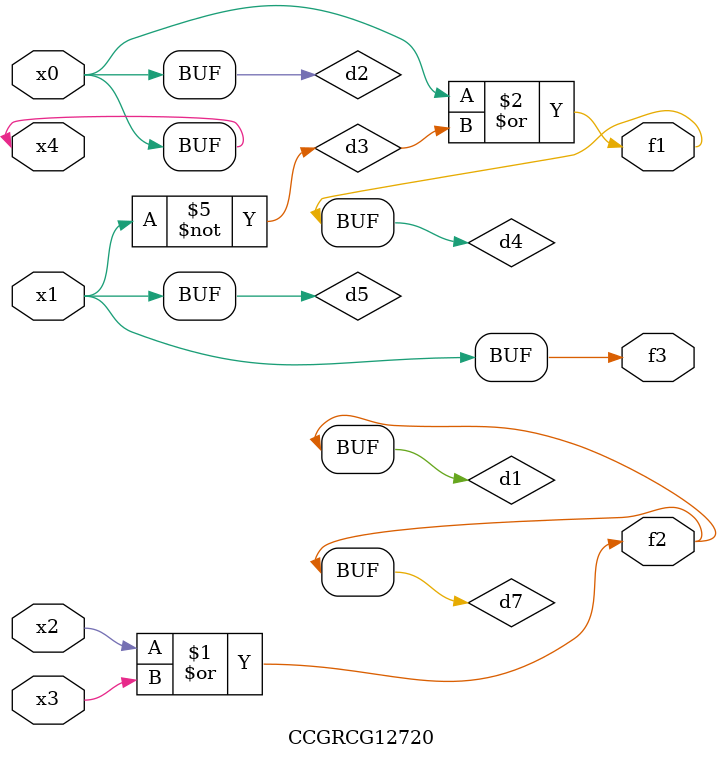
<source format=v>
module CCGRCG12720(
	input x0, x1, x2, x3, x4,
	output f1, f2, f3
);

	wire d1, d2, d3, d4, d5, d6, d7;

	or (d1, x2, x3);
	buf (d2, x0, x4);
	not (d3, x1);
	or (d4, d2, d3);
	not (d5, d3);
	nand (d6, d1, d3);
	or (d7, d1);
	assign f1 = d4;
	assign f2 = d7;
	assign f3 = d5;
endmodule

</source>
